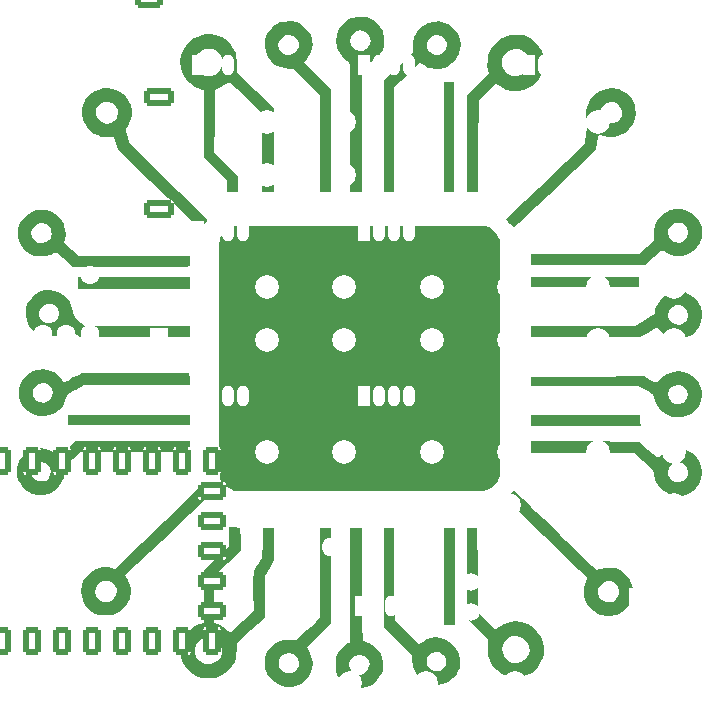
<source format=gbo>
G04 #@! TF.GenerationSoftware,KiCad,Pcbnew,9.0.1*
G04 #@! TF.CreationDate,2025-05-31T12:37:46+02:00*
G04 #@! TF.ProjectId,piskvorky,7069736b-766f-4726-9b79-2e6b69636164,rev?*
G04 #@! TF.SameCoordinates,Original*
G04 #@! TF.FileFunction,Legend,Bot*
G04 #@! TF.FilePolarity,Positive*
%FSLAX46Y46*%
G04 Gerber Fmt 4.6, Leading zero omitted, Abs format (unit mm)*
G04 Created by KiCad (PCBNEW 9.0.1) date 2025-05-31 12:37:46*
%MOMM*%
%LPD*%
G01*
G04 APERTURE LIST*
G04 Aperture macros list*
%AMRoundRect*
0 Rectangle with rounded corners*
0 $1 Rounding radius*
0 $2 $3 $4 $5 $6 $7 $8 $9 X,Y pos of 4 corners*
0 Add a 4 corners polygon primitive as box body*
4,1,4,$2,$3,$4,$5,$6,$7,$8,$9,$2,$3,0*
0 Add four circle primitives for the rounded corners*
1,1,$1+$1,$2,$3*
1,1,$1+$1,$4,$5*
1,1,$1+$1,$6,$7*
1,1,$1+$1,$8,$9*
0 Add four rect primitives between the rounded corners*
20,1,$1+$1,$2,$3,$4,$5,0*
20,1,$1+$1,$4,$5,$6,$7,0*
20,1,$1+$1,$6,$7,$8,$9,0*
20,1,$1+$1,$8,$9,$2,$3,0*%
%AMOutline4P*
0 Free polygon, 4 corners , with rotation*
0 The origin of the aperture is its center*
0 number of corners: always 4*
0 $1 to $8 corner X, Y*
0 $9 Rotation angle, in degrees counterclockwise*
0 create outline with 4 corners*
4,1,4,$1,$2,$3,$4,$5,$6,$7,$8,$1,$2,$9*%
G04 Aperture macros list end*
%ADD10C,0.000000*%
%ADD11C,3.250000*%
%ADD12R,1.000000X1.800000*%
%ADD13O,1.000000X1.800000*%
%ADD14C,2.000000*%
%ADD15R,2.000000X2.000000*%
%ADD16C,1.600000*%
%ADD17O,1.600000X1.600000*%
%ADD18R,1.524000X2.400000*%
%ADD19RoundRect,0.250000X0.512000X-0.950000X0.512000X0.950000X-0.512000X0.950000X-0.512000X-0.950000X0*%
%ADD20RoundRect,0.250000X0.950000X0.512000X-0.950000X0.512000X-0.950000X-0.512000X0.950000X-0.512000X0*%
%ADD21RoundRect,0.250000X-0.512000X0.950000X-0.512000X-0.950000X0.512000X-0.950000X0.512000X0.950000X0*%
%ADD22R,1.500000X1.500000*%
%ADD23C,1.500000*%
%ADD24Outline4P,-1.250000X0.762000X1.250000X0.762000X1.250000X-0.762000X-1.250000X-0.762000X0.000000*%
%ADD25RoundRect,0.250000X-1.000000X-0.512000X1.000000X-0.512000X1.000000X0.512000X-1.000000X0.512000X0*%
%ADD26R,1.600000X1.600000*%
%ADD27RoundRect,0.250001X0.949999X0.949999X-0.949999X0.949999X-0.949999X-0.949999X0.949999X-0.949999X0*%
%ADD28C,2.400000*%
G04 APERTURE END LIST*
D10*
G36*
X177295000Y-46368250D02*
G01*
X177295000Y-46781000D01*
X172723000Y-46781000D01*
X168151000Y-46781000D01*
X168151000Y-46368250D01*
X168151000Y-45955500D01*
X172723000Y-45955500D01*
X177295000Y-45955500D01*
X177295000Y-46368250D01*
G37*
G36*
X172770625Y-57591460D02*
G01*
X177390250Y-57607750D01*
X177408907Y-58068125D01*
X177427564Y-58528500D01*
X172789282Y-58528500D01*
X168151000Y-58528500D01*
X168151000Y-58051835D01*
X168151000Y-57575170D01*
X172770625Y-57591460D01*
G37*
G36*
X161610500Y-34081000D02*
G01*
X161610500Y-38716500D01*
X161197750Y-38716500D01*
X160785000Y-38716500D01*
X160785000Y-34081000D01*
X160785000Y-29445500D01*
X161197750Y-29445500D01*
X161610500Y-29445500D01*
X161610500Y-34081000D01*
G37*
G36*
X161737500Y-71260250D02*
G01*
X161737500Y-75356000D01*
X161261250Y-75356000D01*
X160785000Y-75356000D01*
X160785000Y-71260250D01*
X160785000Y-67164500D01*
X161261250Y-67164500D01*
X161737500Y-67164500D01*
X161737500Y-71260250D01*
G37*
G36*
X139258500Y-58052250D02*
G01*
X139258500Y-58465000D01*
X134115000Y-58465000D01*
X128971500Y-58465000D01*
X128971500Y-58052250D01*
X128971500Y-57639500D01*
X134115000Y-57639500D01*
X139258500Y-57639500D01*
X139258500Y-58052250D01*
G37*
G36*
X130043867Y-45916161D02*
G01*
X130108215Y-45920921D01*
X130297159Y-45926993D01*
X130594243Y-45932692D01*
X130988704Y-45937932D01*
X131469779Y-45942623D01*
X132026703Y-45946679D01*
X132648714Y-45950012D01*
X133325047Y-45952535D01*
X134044939Y-45954161D01*
X134797625Y-45954801D01*
X139322000Y-45955500D01*
X139322000Y-46431750D01*
X139322000Y-46908000D01*
X134566708Y-46908000D01*
X129811415Y-46908000D01*
X129782442Y-46710597D01*
X129775616Y-46643467D01*
X129771460Y-46428428D01*
X129783976Y-46195707D01*
X129814483Y-45878219D01*
X130043867Y-45916161D01*
G37*
G36*
X182609388Y-56020277D02*
G01*
X182522569Y-56446801D01*
X182342048Y-56847143D01*
X182071437Y-57203860D01*
X181714347Y-57499506D01*
X181274390Y-57716638D01*
X180967658Y-57790021D01*
X180547157Y-57810712D01*
X180123812Y-57759206D01*
X179751307Y-57638264D01*
X179722994Y-57624628D01*
X179338883Y-57366218D01*
X179017354Y-57006890D01*
X178768550Y-56560739D01*
X178602616Y-56041862D01*
X178585243Y-55990491D01*
X178521562Y-55903744D01*
X178461869Y-55855951D01*
X179778080Y-55855951D01*
X179831216Y-56147431D01*
X179978730Y-56402976D01*
X180210039Y-56588667D01*
X180399565Y-56661498D01*
X180705878Y-56684409D01*
X180991337Y-56599991D01*
X181229421Y-56418105D01*
X181393605Y-56148611D01*
X181453415Y-55846410D01*
X181395323Y-55560161D01*
X181220728Y-55310116D01*
X180934550Y-55107435D01*
X180830133Y-55066309D01*
X180560072Y-55044312D01*
X180284059Y-55115359D01*
X180039853Y-55266173D01*
X179865211Y-55483477D01*
X179829905Y-55562452D01*
X179778080Y-55855951D01*
X178461869Y-55855951D01*
X178398694Y-55805370D01*
X178197966Y-55681430D01*
X177900703Y-55517987D01*
X177235944Y-55163000D01*
X172690442Y-55163000D01*
X168144940Y-55163000D01*
X168163845Y-54766125D01*
X168182750Y-54369250D01*
X172936927Y-54352968D01*
X177691104Y-54336687D01*
X178240883Y-54616460D01*
X178790662Y-54896233D01*
X179079897Y-54591600D01*
X179286303Y-54398064D01*
X179707744Y-54120315D01*
X180161188Y-53953133D01*
X180629822Y-53897573D01*
X181096831Y-53954688D01*
X181545402Y-54125532D01*
X181958722Y-54411159D01*
X182271518Y-54758073D01*
X182487474Y-55158469D01*
X182598894Y-55585018D01*
X182605196Y-55846410D01*
X182609388Y-56020277D01*
G37*
G36*
X149661303Y-26145607D02*
G01*
X149628860Y-26603127D01*
X149484583Y-27051423D01*
X149224591Y-27473742D01*
X148967550Y-27798924D01*
X150113775Y-28914793D01*
X151260000Y-30030663D01*
X151260000Y-34373581D01*
X151260000Y-38716500D01*
X150783750Y-38716500D01*
X150307500Y-38716500D01*
X150307500Y-34604338D01*
X150307500Y-30492176D01*
X149161390Y-29389536D01*
X148015280Y-28286895D01*
X147586995Y-28273602D01*
X147396362Y-28259259D01*
X146919687Y-28144356D01*
X146497488Y-27929544D01*
X146141760Y-27629503D01*
X145864500Y-27258912D01*
X145677702Y-26832451D01*
X145593362Y-26364800D01*
X145596649Y-26310848D01*
X146757064Y-26310848D01*
X146847974Y-26590522D01*
X147060264Y-26855509D01*
X147097706Y-26889984D01*
X147262112Y-27019981D01*
X147408810Y-27079488D01*
X147590417Y-27091974D01*
X147656637Y-27090199D01*
X147916704Y-27055102D01*
X148112247Y-26960682D01*
X148291175Y-26786024D01*
X148361624Y-26691982D01*
X148487490Y-26402747D01*
X148497275Y-26108444D01*
X148393197Y-25832245D01*
X148177472Y-25597325D01*
X148012820Y-25494731D01*
X147707738Y-25406897D01*
X147404118Y-25435459D01*
X147124152Y-25576473D01*
X146890034Y-25826000D01*
X146789299Y-26027162D01*
X146757064Y-26310848D01*
X145596649Y-26310848D01*
X145623473Y-25870638D01*
X145720704Y-25508353D01*
X145904901Y-25158999D01*
X146190635Y-24832515D01*
X146343019Y-24693175D01*
X146623016Y-24485059D01*
X146905945Y-24355586D01*
X147231781Y-24289265D01*
X147640500Y-24270600D01*
X147700725Y-24270721D01*
X147990636Y-24277755D01*
X148198032Y-24300136D01*
X148360714Y-24344142D01*
X148516487Y-24416050D01*
X148750338Y-24558416D01*
X149126429Y-24885270D01*
X149406207Y-25269924D01*
X149585792Y-25695621D01*
X149655067Y-26108444D01*
X149661303Y-26145607D01*
G37*
G36*
X149674110Y-78696232D02*
G01*
X149614485Y-79145632D01*
X149556202Y-79319539D01*
X149339011Y-79710953D01*
X149028457Y-80058046D01*
X148647786Y-80337783D01*
X148220245Y-80527130D01*
X147821388Y-80607320D01*
X147339991Y-80596307D01*
X146881156Y-80473596D01*
X146463972Y-80247264D01*
X146107530Y-79925391D01*
X145830920Y-79516053D01*
X145808910Y-79472584D01*
X145720095Y-79275693D01*
X145669058Y-79096585D01*
X145645783Y-78887078D01*
X145641605Y-78669534D01*
X146797813Y-78669534D01*
X146856476Y-78933033D01*
X147007816Y-79172476D01*
X147258510Y-79365193D01*
X147487430Y-79450225D01*
X147795585Y-79458541D01*
X148083824Y-79351746D01*
X148326842Y-79135283D01*
X148348520Y-79106601D01*
X148482436Y-78828809D01*
X148506590Y-78541937D01*
X148431846Y-78270211D01*
X148269065Y-78037858D01*
X148029111Y-77869105D01*
X147722844Y-77788179D01*
X147661027Y-77784709D01*
X147356431Y-77828414D01*
X147111137Y-77961421D01*
X146931819Y-78161057D01*
X146825152Y-78404652D01*
X146797813Y-78669534D01*
X145641605Y-78669534D01*
X145640250Y-78598989D01*
X145663962Y-78196940D01*
X145753440Y-77832472D01*
X145923182Y-77513943D01*
X146187471Y-77204970D01*
X146301977Y-77095824D01*
X146578813Y-76885483D01*
X146873747Y-76750151D01*
X147221341Y-76676826D01*
X147656161Y-76652506D01*
X148275072Y-76647262D01*
X149053161Y-75923709D01*
X149217562Y-75770604D01*
X149492735Y-75513378D01*
X149741192Y-75279992D01*
X149940788Y-75091273D01*
X150069375Y-74968048D01*
X150307500Y-74735941D01*
X150307500Y-70950220D01*
X150307500Y-67164500D01*
X150783750Y-67164500D01*
X151260000Y-67164500D01*
X151260000Y-71223408D01*
X151260000Y-75282316D01*
X150214933Y-76253993D01*
X149169866Y-77225671D01*
X149298382Y-77417960D01*
X149483343Y-77759602D01*
X149628233Y-78222401D01*
X149659171Y-78541937D01*
X149674110Y-78696232D01*
G37*
G36*
X128674469Y-62455583D02*
G01*
X128583251Y-62946493D01*
X128388559Y-63391761D01*
X128102670Y-63774103D01*
X127737863Y-64076236D01*
X127306417Y-64280875D01*
X127186821Y-64311033D01*
X126885230Y-64346879D01*
X126525964Y-64350380D01*
X126340764Y-64340700D01*
X126093635Y-64309484D01*
X125889998Y-64248920D01*
X125677336Y-64146385D01*
X125618178Y-64112945D01*
X125235146Y-63822410D01*
X124946200Y-63467492D01*
X124751778Y-63066396D01*
X124652318Y-62637331D01*
X124649936Y-62379911D01*
X125796500Y-62379911D01*
X125836645Y-62560694D01*
X125943062Y-62780590D01*
X126085480Y-62983343D01*
X126233574Y-63117762D01*
X126264860Y-63134859D01*
X126523328Y-63211593D01*
X126811776Y-63216145D01*
X127064595Y-63146263D01*
X127138504Y-63100562D01*
X127324507Y-62908390D01*
X127459079Y-62660358D01*
X127510763Y-62408484D01*
X127509971Y-62372784D01*
X127441530Y-62080681D01*
X127279889Y-61843581D01*
X127049461Y-61674481D01*
X126774655Y-61586375D01*
X126479883Y-61592259D01*
X126189554Y-61705127D01*
X126153511Y-61729292D01*
X125976981Y-61912347D01*
X125847073Y-62147940D01*
X125796500Y-62379911D01*
X124649936Y-62379911D01*
X124648257Y-62198504D01*
X124740032Y-61768123D01*
X124928082Y-61364396D01*
X125212843Y-61005530D01*
X125594754Y-60709732D01*
X125623416Y-60692837D01*
X126088906Y-60492510D01*
X126574922Y-60413434D01*
X127068547Y-60454630D01*
X127556865Y-60615119D01*
X128026960Y-60893925D01*
X128197566Y-61020060D01*
X128663908Y-60615604D01*
X128756570Y-60535632D01*
X128999143Y-60329326D01*
X129224432Y-60141492D01*
X129393388Y-60004824D01*
X129656526Y-59798500D01*
X134457513Y-59798500D01*
X139258500Y-59798500D01*
X139258500Y-60274750D01*
X139258500Y-60751000D01*
X134662302Y-60751000D01*
X130066103Y-60751000D01*
X129377620Y-61316380D01*
X128689138Y-61881760D01*
X128679330Y-62348255D01*
X128676602Y-62408484D01*
X128674469Y-62455583D01*
G37*
G36*
X129113939Y-55742216D02*
G01*
X128969501Y-55843275D01*
X128883563Y-55927323D01*
X128837540Y-56009658D01*
X128812845Y-56105579D01*
X128723023Y-56414134D01*
X128503761Y-56817022D01*
X128194154Y-57166417D01*
X127815010Y-57440265D01*
X127387140Y-57616514D01*
X126908737Y-57689208D01*
X126435385Y-57652737D01*
X125993116Y-57515310D01*
X125597144Y-57288089D01*
X125262683Y-56982233D01*
X125004946Y-56608901D01*
X124839148Y-56179254D01*
X124782789Y-55722982D01*
X125964738Y-55722982D01*
X126023687Y-56012269D01*
X126197314Y-56283356D01*
X126347943Y-56426662D01*
X126504075Y-56503916D01*
X126721189Y-56535851D01*
X126850467Y-56542033D01*
X127094903Y-56518221D01*
X127284857Y-56425670D01*
X127466028Y-56246633D01*
X127485097Y-56223288D01*
X127634122Y-55952178D01*
X127674578Y-55676677D01*
X127621166Y-55415397D01*
X127488588Y-55186952D01*
X127291545Y-55009954D01*
X127044738Y-54903015D01*
X126762869Y-54884747D01*
X126460638Y-54973764D01*
X126426687Y-54990969D01*
X126171165Y-55187828D01*
X126015540Y-55440000D01*
X125964738Y-55722982D01*
X124782789Y-55722982D01*
X124780500Y-55704450D01*
X124813056Y-55361065D01*
X124958201Y-54911950D01*
X125208230Y-54507313D01*
X125550660Y-54165973D01*
X125973009Y-53906745D01*
X126031180Y-53880481D01*
X126268857Y-53793607D01*
X126508750Y-53750746D01*
X126812500Y-53739629D01*
X127287575Y-53788163D01*
X127730827Y-53945656D01*
X128120819Y-54216283D01*
X128465340Y-54604117D01*
X128638776Y-54843537D01*
X128923675Y-54692055D01*
X128949123Y-54678496D01*
X129158230Y-54565999D01*
X129419890Y-54423991D01*
X129683605Y-54279860D01*
X130158637Y-54019148D01*
X134692694Y-54035449D01*
X139226750Y-54051750D01*
X139245297Y-54543875D01*
X139263843Y-55036000D01*
X134804288Y-55036000D01*
X130344733Y-55036000D01*
X129600012Y-55457657D01*
X129335463Y-55608848D01*
X129222799Y-55676677D01*
X129113939Y-55742216D01*
G37*
G36*
X162155407Y-78611804D02*
G01*
X162105288Y-78985671D01*
X161999250Y-79293000D01*
X161885288Y-79486918D01*
X161562521Y-79873475D01*
X161166416Y-80176975D01*
X160721500Y-80376619D01*
X160603064Y-80402866D01*
X160320530Y-80427274D01*
X159996137Y-80422953D01*
X159682298Y-80391599D01*
X159431430Y-80334906D01*
X159122215Y-80181528D01*
X158798470Y-79927401D01*
X158512921Y-79610557D01*
X158299018Y-79262669D01*
X158235735Y-79121608D01*
X158162395Y-78904896D01*
X158127158Y-78678308D01*
X158119238Y-78422084D01*
X159324738Y-78422084D01*
X159324906Y-78438633D01*
X159384452Y-78746806D01*
X159537227Y-79010682D01*
X159763039Y-79194667D01*
X159790828Y-79207811D01*
X159995529Y-79268378D01*
X160217818Y-79293000D01*
X160249667Y-79292701D01*
X160418593Y-79270953D01*
X160561273Y-79197118D01*
X160728971Y-79046470D01*
X160810043Y-78962943D01*
X160918280Y-78822166D01*
X160965275Y-78679084D01*
X160975500Y-78477180D01*
X160962320Y-78263926D01*
X160904898Y-78098699D01*
X160779777Y-77931501D01*
X160729151Y-77878834D01*
X160545619Y-77735166D01*
X160367027Y-77648660D01*
X160333157Y-77640147D01*
X160040199Y-77631138D01*
X159766521Y-77724385D01*
X159538481Y-77900330D01*
X159382434Y-78139416D01*
X159324738Y-78422084D01*
X158119238Y-78422084D01*
X158118051Y-78383677D01*
X158118000Y-77887104D01*
X156911500Y-76709693D01*
X155705000Y-75532283D01*
X155705000Y-71348391D01*
X155705000Y-67164500D01*
X156149500Y-67164500D01*
X156594000Y-67164500D01*
X156597103Y-71085625D01*
X156600206Y-75006750D01*
X157651746Y-76003186D01*
X158703285Y-76999623D01*
X159010696Y-76788162D01*
X159179157Y-76683490D01*
X159626596Y-76499856D01*
X160087849Y-76430866D01*
X160545937Y-76471710D01*
X160983882Y-76617577D01*
X161384705Y-76863654D01*
X161731428Y-77205133D01*
X162007073Y-77637201D01*
X162086992Y-77854852D01*
X162149383Y-78218998D01*
X162153342Y-78477180D01*
X162155407Y-78611804D01*
G37*
G36*
X162174307Y-26643731D02*
G01*
X162040396Y-27071191D01*
X161811159Y-27467978D01*
X161487608Y-27816965D01*
X161070750Y-28101026D01*
X161022995Y-28125920D01*
X160854540Y-28200777D01*
X160686431Y-28244191D01*
X160476293Y-28264150D01*
X160181750Y-28268645D01*
X160055007Y-28267415D01*
X159733458Y-28247152D01*
X159475507Y-28191674D01*
X159234283Y-28087639D01*
X158962915Y-27921704D01*
X158760080Y-27786510D01*
X158264415Y-28250721D01*
X158075390Y-28428665D01*
X157778913Y-28709938D01*
X157466674Y-29008081D01*
X157181375Y-29282414D01*
X156594000Y-29849895D01*
X156594000Y-34283197D01*
X156594000Y-38716500D01*
X156149500Y-38716500D01*
X155705000Y-38716500D01*
X155710168Y-33969875D01*
X155715336Y-29223250D01*
X156945205Y-28080250D01*
X158175073Y-26937250D01*
X158178287Y-26360017D01*
X158179531Y-26236302D01*
X158183151Y-26152252D01*
X159349857Y-26152252D01*
X159350483Y-26419392D01*
X159435804Y-26677104D01*
X159610208Y-26902436D01*
X159878086Y-27072433D01*
X160068118Y-27137788D01*
X160271278Y-27145217D01*
X160499250Y-27069860D01*
X160558483Y-27041266D01*
X160804712Y-26855072D01*
X160958637Y-26619135D01*
X161024640Y-26356425D01*
X161007106Y-26089912D01*
X160910416Y-25842567D01*
X160738954Y-25637359D01*
X160497103Y-25497259D01*
X160189246Y-25445237D01*
X160106507Y-25448502D01*
X159812250Y-25523811D01*
X159585129Y-25681508D01*
X159429535Y-25898640D01*
X159349857Y-26152252D01*
X158183151Y-26152252D01*
X158190723Y-25976474D01*
X158220788Y-25780343D01*
X158279085Y-25602018D01*
X158374974Y-25395609D01*
X158404606Y-25338534D01*
X158686740Y-24938514D01*
X159043579Y-24626667D01*
X159455982Y-24408381D01*
X159904810Y-24289040D01*
X160370921Y-24274030D01*
X160835175Y-24368740D01*
X161278433Y-24578553D01*
X161378647Y-24645761D01*
X161736507Y-24969689D01*
X161993993Y-25348577D01*
X162152116Y-25765298D01*
X162211884Y-26202725D01*
X162198788Y-26356425D01*
X162174307Y-26643731D01*
G37*
G36*
X169235417Y-77803226D02*
G01*
X169152794Y-78135832D01*
X168935163Y-78636721D01*
X168626587Y-79063084D01*
X168237747Y-79404180D01*
X167779324Y-79649268D01*
X167262000Y-79787606D01*
X167205785Y-79795532D01*
X166662716Y-79814119D01*
X166166069Y-79716972D01*
X165704536Y-79500542D01*
X165266809Y-79161277D01*
X165179796Y-79077452D01*
X164888715Y-78741049D01*
X164683690Y-78389557D01*
X164670943Y-78361824D01*
X164593095Y-78178837D01*
X164543134Y-78015781D01*
X164514978Y-77835936D01*
X164502544Y-77602580D01*
X164500580Y-77375162D01*
X165742536Y-77375162D01*
X165766639Y-77703384D01*
X165885108Y-78010967D01*
X166097188Y-78275642D01*
X166402123Y-78475141D01*
X166639723Y-78556002D01*
X166983622Y-78582006D01*
X167302756Y-78509062D01*
X167582586Y-78352886D01*
X167808579Y-78129195D01*
X167966198Y-77853702D01*
X168040907Y-77542125D01*
X168018170Y-77210179D01*
X167883451Y-76873579D01*
X167836519Y-76799152D01*
X167581647Y-76528264D01*
X167258685Y-76363913D01*
X166872355Y-76308737D01*
X166601846Y-76332656D01*
X166332731Y-76430331D01*
X166243983Y-76489354D01*
X165980452Y-76745878D01*
X165813555Y-77048571D01*
X165742536Y-77375162D01*
X164500580Y-77375162D01*
X164499750Y-77278995D01*
X164499750Y-76566740D01*
X163626625Y-75733840D01*
X162753500Y-74900941D01*
X162753500Y-71029819D01*
X162753500Y-67158697D01*
X163182125Y-67177473D01*
X163610750Y-67196250D01*
X163627145Y-70789931D01*
X163643540Y-74383613D01*
X164389145Y-75081788D01*
X165134750Y-75779963D01*
X165420500Y-75568856D01*
X165460733Y-75539613D01*
X165908628Y-75280314D01*
X166384923Y-75130526D01*
X166920535Y-75080175D01*
X166943647Y-75080036D01*
X167219121Y-75085504D01*
X167426030Y-75113000D01*
X167618677Y-75174236D01*
X167851361Y-75280924D01*
X167865887Y-75288132D01*
X168317102Y-75575756D01*
X168692572Y-75940496D01*
X168982219Y-76363982D01*
X169175961Y-76827845D01*
X169263721Y-77313716D01*
X169250514Y-77542125D01*
X169235417Y-77803226D01*
G37*
G36*
X155634928Y-78909235D02*
G01*
X155586635Y-79262226D01*
X155535596Y-79417671D01*
X155323590Y-79815595D01*
X155020423Y-80172886D01*
X154652069Y-80462541D01*
X154244500Y-80657555D01*
X154206681Y-80669229D01*
X153888318Y-80724189D01*
X153503281Y-80730977D01*
X153342669Y-80718070D01*
X152851433Y-80601813D01*
X152420311Y-80374467D01*
X152053533Y-80038777D01*
X151755331Y-79597486D01*
X151748600Y-79584527D01*
X151651785Y-79295016D01*
X151604306Y-78935710D01*
X151605345Y-78714188D01*
X152784238Y-78714188D01*
X152784360Y-78729645D01*
X152841403Y-79055180D01*
X152992378Y-79324969D01*
X153222539Y-79512167D01*
X153346072Y-79564333D01*
X153645109Y-79605349D01*
X153931710Y-79539731D01*
X154181822Y-79380500D01*
X154371392Y-79140680D01*
X154476366Y-78833295D01*
X154482856Y-78682073D01*
X154408948Y-78411617D01*
X154242305Y-78175436D01*
X154005031Y-78000386D01*
X153719227Y-77913323D01*
X153532115Y-77909543D01*
X153232733Y-77986284D01*
X152995841Y-78156637D01*
X152840116Y-78404605D01*
X152784238Y-78714188D01*
X151605345Y-78714188D01*
X151606109Y-78551363D01*
X151657143Y-78186729D01*
X151757353Y-77886564D01*
X151813551Y-77784058D01*
X151996058Y-77524762D01*
X152218912Y-77275490D01*
X152449390Y-77070593D01*
X152654775Y-76944422D01*
X152847500Y-76864592D01*
X152847500Y-72014546D01*
X152847500Y-67164500D01*
X153355500Y-67164500D01*
X153863500Y-67164500D01*
X153863500Y-71958750D01*
X153863515Y-72089063D01*
X153864525Y-73025831D01*
X153867098Y-73867167D01*
X153871182Y-74609124D01*
X153876728Y-75247759D01*
X153883685Y-75779125D01*
X153892003Y-76199277D01*
X153901631Y-76504270D01*
X153912520Y-76690160D01*
X153924618Y-76753000D01*
X153990152Y-76767320D01*
X154146011Y-76816490D01*
X154348088Y-76888573D01*
X154428721Y-76921170D01*
X154828717Y-77156285D01*
X155175643Y-77480299D01*
X155434326Y-77861700D01*
X155535228Y-78120538D01*
X155615729Y-78509705D01*
X155624012Y-78682073D01*
X155634928Y-78909235D01*
G37*
G36*
X182633255Y-49290195D02*
G01*
X182542653Y-49720550D01*
X182362818Y-50125277D01*
X182097683Y-50486015D01*
X181751183Y-50784401D01*
X181327250Y-51002074D01*
X181259670Y-51023848D01*
X180952496Y-51072471D01*
X180533500Y-51077289D01*
X180476595Y-51074954D01*
X180082293Y-51031839D01*
X179756383Y-50932076D01*
X179455623Y-50757477D01*
X179136771Y-50489858D01*
X178987858Y-50354934D01*
X178862299Y-50250130D01*
X178800137Y-50210000D01*
X178797576Y-50210465D01*
X178720356Y-50248249D01*
X178558948Y-50337824D01*
X178335249Y-50466791D01*
X178071158Y-50622750D01*
X177379622Y-51035500D01*
X172765311Y-51035500D01*
X168151000Y-51035500D01*
X168151000Y-50559250D01*
X168151000Y-50083000D01*
X172558570Y-50083000D01*
X176966140Y-50083000D01*
X177797320Y-49568952D01*
X178076204Y-49394833D01*
X178316767Y-49238092D01*
X178464576Y-49130500D01*
X179771500Y-49130500D01*
X179776381Y-49196891D01*
X179853105Y-49438317D01*
X179998117Y-49670050D01*
X180179168Y-49836259D01*
X180360559Y-49916668D01*
X180656836Y-49951495D01*
X180949814Y-49890494D01*
X181204941Y-49742777D01*
X181387668Y-49517461D01*
X181463893Y-49311047D01*
X181476014Y-49027672D01*
X181392494Y-48769417D01*
X181231687Y-48552797D01*
X181011944Y-48394329D01*
X180751619Y-48310529D01*
X180469063Y-48317914D01*
X180182631Y-48433000D01*
X180145738Y-48457786D01*
X179958741Y-48648197D01*
X179823539Y-48890175D01*
X179771500Y-49130500D01*
X178464576Y-49130500D01*
X178476632Y-49121724D01*
X178571450Y-49032876D01*
X178616873Y-48958695D01*
X178628551Y-48886327D01*
X178661314Y-48705592D01*
X178759017Y-48452374D01*
X178901605Y-48178103D01*
X179068742Y-47921519D01*
X179240093Y-47721361D01*
X179366822Y-47609845D01*
X179782444Y-47348557D01*
X180236263Y-47196870D01*
X180708438Y-47155003D01*
X181179130Y-47223176D01*
X181628498Y-47401606D01*
X182036702Y-47690514D01*
X182330324Y-48028976D01*
X182531024Y-48426046D01*
X182630689Y-48852573D01*
X182631716Y-49027672D01*
X182633255Y-49290195D01*
G37*
G36*
X182624595Y-42353388D02*
G01*
X182600709Y-42583451D01*
X182542026Y-42786148D01*
X182435527Y-43020390D01*
X182207841Y-43386959D01*
X181872809Y-43722407D01*
X181458399Y-43960754D01*
X180958743Y-44106316D01*
X180844128Y-44124021D01*
X180348162Y-44122907D01*
X179854668Y-43998736D01*
X179375775Y-43754204D01*
X179339955Y-43729345D01*
X179290403Y-43694650D01*
X179244658Y-43678729D01*
X179188781Y-43691135D01*
X179108832Y-43741425D01*
X178990873Y-43839152D01*
X178820966Y-43993871D01*
X178585171Y-44215138D01*
X178269550Y-44512506D01*
X177815349Y-44939500D01*
X172983175Y-44939500D01*
X168151000Y-44939500D01*
X168151000Y-44463250D01*
X168151000Y-43987000D01*
X172728553Y-43987000D01*
X177306105Y-43987000D01*
X177949215Y-43384192D01*
X178592326Y-42781384D01*
X178594510Y-42232330D01*
X179749116Y-42232330D01*
X179844800Y-42515177D01*
X180060346Y-42774699D01*
X180129977Y-42832829D01*
X180270365Y-42932183D01*
X180361085Y-42971867D01*
X180421766Y-42976477D01*
X180565250Y-42999601D01*
X180750182Y-42998007D01*
X180982599Y-42926164D01*
X181181825Y-42800191D01*
X181184560Y-42797707D01*
X181386175Y-42542298D01*
X181478411Y-42263703D01*
X181470099Y-41984697D01*
X181370067Y-41728051D01*
X181187145Y-41516537D01*
X180930161Y-41372929D01*
X180607945Y-41320000D01*
X180441119Y-41327714D01*
X180254727Y-41377470D01*
X180085238Y-41491660D01*
X179915960Y-41667311D01*
X179772950Y-41943820D01*
X179749116Y-42232330D01*
X178594510Y-42232330D01*
X178594538Y-42225317D01*
X178594644Y-42203258D01*
X178602707Y-41912319D01*
X178629178Y-41697628D01*
X178683365Y-41511721D01*
X178774574Y-41307134D01*
X178850452Y-41167288D01*
X179140741Y-40788198D01*
X179505652Y-40483239D01*
X179922429Y-40265364D01*
X180368316Y-40147522D01*
X180820559Y-40142666D01*
X181153739Y-40217879D01*
X181538753Y-40376442D01*
X181885613Y-40590285D01*
X182150059Y-40836318D01*
X182282635Y-41008889D01*
X182484384Y-41357767D01*
X182593868Y-41723386D01*
X182627606Y-42151232D01*
X182625931Y-42263703D01*
X182624595Y-42353388D01*
G37*
G36*
X155738431Y-26003646D02*
G01*
X155696922Y-26393206D01*
X155597916Y-26722772D01*
X155398623Y-27068422D01*
X155059388Y-27437497D01*
X154633114Y-27723926D01*
X154132312Y-27917511D01*
X153863500Y-27989895D01*
X153863500Y-33353197D01*
X153863500Y-38716500D01*
X153355500Y-38716500D01*
X152847500Y-38716500D01*
X152847500Y-33228029D01*
X152847486Y-32780650D01*
X152847294Y-31873794D01*
X152846742Y-31082454D01*
X152845665Y-30398710D01*
X152843894Y-29814638D01*
X152841263Y-29322316D01*
X152837603Y-28913823D01*
X152832749Y-28581236D01*
X152826532Y-28316634D01*
X152818785Y-28112094D01*
X152809341Y-27959694D01*
X152798033Y-27851512D01*
X152784693Y-27779625D01*
X152769154Y-27736113D01*
X152751249Y-27713052D01*
X152730810Y-27702521D01*
X152720922Y-27699145D01*
X152557073Y-27599721D01*
X152360111Y-27422438D01*
X152157598Y-27197679D01*
X151977096Y-26955830D01*
X151846166Y-26727274D01*
X151742762Y-26431986D01*
X151676631Y-25973858D01*
X151677227Y-25964014D01*
X152856821Y-25964014D01*
X152912028Y-26232704D01*
X153056425Y-26473527D01*
X153295916Y-26662468D01*
X153359629Y-26693808D01*
X153655199Y-26770330D01*
X153935277Y-26744395D01*
X154184166Y-26633519D01*
X154386164Y-26455219D01*
X154525571Y-26227010D01*
X154586689Y-25966409D01*
X154553816Y-25690932D01*
X154411253Y-25418097D01*
X154384925Y-25384234D01*
X154184333Y-25179821D01*
X153968166Y-25073393D01*
X153694156Y-25042833D01*
X153409809Y-25090835D01*
X153167299Y-25230866D01*
X152990361Y-25439081D01*
X152884901Y-25691468D01*
X152856821Y-25964014D01*
X151677227Y-25964014D01*
X151704784Y-25509074D01*
X151827726Y-25082936D01*
X151830249Y-25077182D01*
X152022523Y-24758205D01*
X152298053Y-24449317D01*
X152617853Y-24187971D01*
X152942935Y-24011619D01*
X153040554Y-23977744D01*
X153435245Y-23898045D01*
X153856388Y-23886082D01*
X154258550Y-23940525D01*
X154596300Y-24060043D01*
X154751259Y-24152456D01*
X155087660Y-24426607D01*
X155384080Y-24762482D01*
X155599003Y-25116344D01*
X155648820Y-25246281D01*
X155722408Y-25604526D01*
X155736936Y-25966409D01*
X155738431Y-26003646D01*
G37*
G36*
X129378138Y-49002060D02*
G01*
X129432369Y-49153197D01*
X129532605Y-49288674D01*
X129704488Y-49457135D01*
X129864878Y-49604331D01*
X130063761Y-49782372D01*
X130218917Y-49916468D01*
X130418584Y-50083000D01*
X134833124Y-50083000D01*
X139247664Y-50083000D01*
X139271737Y-50511625D01*
X139280743Y-50731979D01*
X139281412Y-50904469D01*
X139273408Y-50987875D01*
X139215790Y-50995104D01*
X139040549Y-51002411D01*
X138757660Y-51009182D01*
X138377124Y-51015320D01*
X137908942Y-51020727D01*
X137363115Y-51025305D01*
X136749644Y-51028958D01*
X136078530Y-51031588D01*
X135359774Y-51033097D01*
X134603378Y-51033387D01*
X129955750Y-51031275D01*
X129483555Y-50625646D01*
X129011359Y-50220016D01*
X128730895Y-50466890D01*
X128321552Y-50744777D01*
X127849954Y-50914640D01*
X127326650Y-50972000D01*
X127128249Y-50966923D01*
X126914647Y-50937365D01*
X126704834Y-50868753D01*
X126443108Y-50746896D01*
X126312770Y-50677530D01*
X125915939Y-50393507D01*
X125629395Y-50050297D01*
X125447767Y-49639962D01*
X125365686Y-49154568D01*
X125363903Y-49003990D01*
X126495000Y-49003990D01*
X126512627Y-49129944D01*
X126613050Y-49366252D01*
X126773768Y-49581585D01*
X126961805Y-49725011D01*
X127134068Y-49789360D01*
X127431400Y-49819869D01*
X127697819Y-49754755D01*
X127920228Y-49612425D01*
X128085533Y-49411286D01*
X128180640Y-49169744D01*
X128192454Y-48906207D01*
X128107880Y-48639082D01*
X127913824Y-48386775D01*
X127766412Y-48264115D01*
X127607153Y-48195048D01*
X127395354Y-48178237D01*
X127261772Y-48187120D01*
X126957489Y-48280586D01*
X126714409Y-48460596D01*
X126553317Y-48708085D01*
X126495000Y-49003990D01*
X125363903Y-49003990D01*
X125361947Y-48838827D01*
X125429221Y-48428823D01*
X125594329Y-48061898D01*
X125869147Y-47703830D01*
X126110304Y-47468079D01*
X126492471Y-47207282D01*
X126910096Y-47057691D01*
X127384000Y-47009768D01*
X127869651Y-47064671D01*
X128317219Y-47229278D01*
X128700238Y-47492880D01*
X129006733Y-47844712D01*
X129224730Y-48274010D01*
X129342254Y-48770011D01*
X129344268Y-48786619D01*
X129363069Y-48906207D01*
X129378138Y-49002060D01*
G37*
G36*
X182627606Y-62406563D02*
G01*
X182622862Y-62587554D01*
X182552028Y-63022123D01*
X182386149Y-63403055D01*
X182112121Y-63764876D01*
X181837191Y-64025505D01*
X181429753Y-64281369D01*
X180969635Y-64430422D01*
X180887868Y-64444976D01*
X180421046Y-64457471D01*
X179971949Y-64357970D01*
X179557470Y-64159239D01*
X179194501Y-63874045D01*
X178899937Y-63515153D01*
X178690672Y-63095330D01*
X178583598Y-62627342D01*
X178581573Y-62607446D01*
X178569387Y-62495539D01*
X178553874Y-62417915D01*
X179740084Y-62417915D01*
X179781698Y-62695712D01*
X179924947Y-62953618D01*
X180171826Y-63166794D01*
X180376649Y-63258144D01*
X180659506Y-63289408D01*
X180927562Y-63226926D01*
X181162137Y-63087231D01*
X181344551Y-62886855D01*
X181456123Y-62642328D01*
X181478172Y-62370184D01*
X181392019Y-62086953D01*
X181389220Y-62081576D01*
X181186588Y-61816192D01*
X180922425Y-61654726D01*
X180617250Y-61604873D01*
X180291581Y-61674325D01*
X180205123Y-61713595D01*
X179953790Y-61902016D01*
X179798112Y-62145070D01*
X179740084Y-62417915D01*
X178553874Y-62417915D01*
X178550509Y-62401077D01*
X178513803Y-62311457D01*
X178448130Y-62214075D01*
X178342354Y-62096327D01*
X178185338Y-61945608D01*
X177965942Y-61749316D01*
X177673032Y-61494846D01*
X177295468Y-61169594D01*
X176883185Y-60814500D01*
X172517093Y-60814500D01*
X168151000Y-60814500D01*
X168151076Y-60322375D01*
X168151151Y-59830250D01*
X171024451Y-59831549D01*
X171213222Y-59831663D01*
X171897228Y-59832499D01*
X172602851Y-59833950D01*
X173305323Y-59835931D01*
X173979873Y-59838355D01*
X174601733Y-59841136D01*
X175146131Y-59844187D01*
X175588300Y-59847424D01*
X177278849Y-59862000D01*
X178072475Y-60528750D01*
X178257405Y-60683083D01*
X178505687Y-60886735D01*
X178708898Y-61049146D01*
X178849822Y-61156630D01*
X178911238Y-61195500D01*
X178951723Y-61177070D01*
X179069231Y-61096801D01*
X179226122Y-60974464D01*
X179253523Y-60952302D01*
X179701273Y-60665536D01*
X180172257Y-60497147D01*
X180654937Y-60449839D01*
X181137779Y-60526317D01*
X181290386Y-60576087D01*
X181745132Y-60800601D01*
X182115717Y-61107884D01*
X182392652Y-61485957D01*
X182566445Y-61922842D01*
X182623006Y-62370184D01*
X182627606Y-62406563D01*
G37*
G36*
X169232589Y-28273101D02*
G01*
X169075087Y-28747835D01*
X168824134Y-29182940D01*
X168487542Y-29561389D01*
X168073122Y-29866154D01*
X167588687Y-30080207D01*
X167082190Y-30186486D01*
X166557782Y-30177702D01*
X166051196Y-30043251D01*
X165564376Y-29783417D01*
X165232002Y-29558413D01*
X164471948Y-30279831D01*
X163711893Y-31001250D01*
X163708947Y-34816541D01*
X163707703Y-35497501D01*
X163705118Y-36144444D01*
X163701333Y-36742369D01*
X163696486Y-37280136D01*
X163690715Y-37746604D01*
X163684158Y-38130633D01*
X163676953Y-38421082D01*
X163669237Y-38606813D01*
X163661150Y-38676684D01*
X163660085Y-38677642D01*
X163574191Y-38697146D01*
X163399541Y-38706305D01*
X163172663Y-38703142D01*
X162729027Y-38684750D01*
X162741453Y-34589000D01*
X162753879Y-30493250D01*
X163679707Y-29604250D01*
X164605534Y-28715250D01*
X164528725Y-28411621D01*
X164515280Y-28353710D01*
X164470600Y-27958759D01*
X164478353Y-27745076D01*
X165680500Y-27745076D01*
X165693341Y-27877297D01*
X165741819Y-28066110D01*
X165795280Y-28206548D01*
X165961584Y-28470601D01*
X166182047Y-28700797D01*
X166417594Y-28851708D01*
X166637265Y-28916262D01*
X166988084Y-28923436D01*
X167327967Y-28828800D01*
X167630834Y-28645192D01*
X167870606Y-28385448D01*
X168021206Y-28062403D01*
X168058814Y-27921323D01*
X168081501Y-27780423D01*
X168068660Y-27648202D01*
X168020182Y-27459389D01*
X167966721Y-27318951D01*
X167800417Y-27054898D01*
X167579954Y-26824702D01*
X167344407Y-26673791D01*
X167129218Y-26609457D01*
X166776424Y-26599190D01*
X166435627Y-26692000D01*
X166132384Y-26875308D01*
X165892254Y-27136533D01*
X165740795Y-27463096D01*
X165703187Y-27604176D01*
X165680500Y-27745076D01*
X164478353Y-27745076D01*
X164486244Y-27527614D01*
X164557497Y-27111775D01*
X164679645Y-26762742D01*
X164895129Y-26426105D01*
X165197104Y-26093851D01*
X165548521Y-25801533D01*
X165912458Y-25584438D01*
X166017995Y-25536789D01*
X166193975Y-25472284D01*
X166374605Y-25434840D01*
X166600619Y-25417485D01*
X166912750Y-25413250D01*
X167120912Y-25414644D01*
X167369519Y-25425625D01*
X167556350Y-25453524D01*
X167721222Y-25505366D01*
X167903953Y-25588179D01*
X168230855Y-25794820D01*
X168570941Y-26099241D01*
X168867624Y-26453668D01*
X169084373Y-26819980D01*
X169235993Y-27272857D01*
X169288828Y-27775766D01*
X169288301Y-27780423D01*
X169232589Y-28273101D01*
G37*
G36*
X128745405Y-42336600D02*
G01*
X128700421Y-42748750D01*
X128651591Y-43002750D01*
X129288621Y-43590125D01*
X129925651Y-44177500D01*
X134592076Y-44177500D01*
X139258500Y-44177500D01*
X139258500Y-44521556D01*
X139261208Y-44654967D01*
X139275175Y-44847913D01*
X139297044Y-44966056D01*
X139297263Y-44981480D01*
X139276859Y-44997998D01*
X139226197Y-45012251D01*
X139137217Y-45024403D01*
X139001856Y-45034619D01*
X138812053Y-45043062D01*
X138559746Y-45049896D01*
X138236872Y-45055286D01*
X137835370Y-45059397D01*
X137347178Y-45062392D01*
X136764234Y-45064435D01*
X136078476Y-45065692D01*
X135281842Y-45066325D01*
X134366271Y-45066500D01*
X129396954Y-45066500D01*
X128787352Y-44510245D01*
X128541786Y-44285304D01*
X128318212Y-44082552D01*
X128156831Y-43946856D01*
X128039062Y-43869525D01*
X127946321Y-43841867D01*
X127860028Y-43855189D01*
X127761600Y-43900799D01*
X127632455Y-43970004D01*
X127535821Y-44018392D01*
X127371412Y-44085489D01*
X127202457Y-44124024D01*
X126988181Y-44141582D01*
X126687811Y-44145750D01*
X126469725Y-44144180D01*
X126239816Y-44132699D01*
X126068912Y-44103228D01*
X125917109Y-44047851D01*
X125744503Y-43958653D01*
X125445142Y-43759493D01*
X125112123Y-43425556D01*
X124877256Y-43041758D01*
X124739738Y-42625010D01*
X124698769Y-42192225D01*
X124700272Y-42180374D01*
X125860000Y-42180374D01*
X125861663Y-42223201D01*
X125929851Y-42486852D01*
X126075501Y-42735953D01*
X126267668Y-42914759D01*
X126474740Y-43001087D01*
X126770546Y-43025374D01*
X127062576Y-42958328D01*
X127315318Y-42809412D01*
X127493264Y-42588094D01*
X127505178Y-42562845D01*
X127565841Y-42305206D01*
X127555222Y-42014908D01*
X127474742Y-41755781D01*
X127327326Y-41582026D01*
X127097555Y-41438745D01*
X126835904Y-41353237D01*
X126590191Y-41347571D01*
X126584875Y-41348589D01*
X126308470Y-41458523D01*
X126077421Y-41654444D01*
X125918881Y-41905384D01*
X125860000Y-42180374D01*
X124700272Y-42180374D01*
X124753548Y-41760314D01*
X124903272Y-41346189D01*
X125147140Y-40966762D01*
X125484352Y-40638945D01*
X125914105Y-40379649D01*
X126274189Y-40257048D01*
X126735433Y-40209450D01*
X127194526Y-40269968D01*
X127631400Y-40430735D01*
X128025989Y-40683882D01*
X128358223Y-41021541D01*
X128608036Y-41435844D01*
X128656517Y-41565062D01*
X128729675Y-41926476D01*
X128744201Y-42305206D01*
X128745405Y-42336600D01*
G37*
G36*
X134256722Y-72735296D02*
G01*
X134232185Y-72960905D01*
X134171573Y-73165246D01*
X134061465Y-73408634D01*
X133958430Y-73595588D01*
X133647103Y-73986033D01*
X133245668Y-74289410D01*
X132749750Y-74509390D01*
X132685248Y-74528047D01*
X132358305Y-74572697D01*
X131980560Y-74564927D01*
X131602766Y-74508287D01*
X131275676Y-74406326D01*
X131015690Y-74258201D01*
X130701818Y-73995163D01*
X130424974Y-73676024D01*
X130221665Y-73337793D01*
X130199057Y-73285385D01*
X130099813Y-72904424D01*
X130084115Y-72596853D01*
X131263970Y-72596853D01*
X131336717Y-72888692D01*
X131505226Y-73145342D01*
X131766766Y-73339776D01*
X131787075Y-73349605D01*
X131990906Y-73421394D01*
X132178250Y-73450802D01*
X132358564Y-73430036D01*
X132644137Y-73309361D01*
X132879787Y-73103113D01*
X133039934Y-72836718D01*
X133099000Y-72535599D01*
X133067305Y-72306175D01*
X132937027Y-72038023D01*
X132728837Y-71827711D01*
X132467484Y-71687360D01*
X132177716Y-71629090D01*
X131884280Y-71665021D01*
X131611924Y-71807275D01*
X131416686Y-72015721D01*
X131289716Y-72296853D01*
X131263970Y-72596853D01*
X130084115Y-72596853D01*
X130077982Y-72476693D01*
X130132457Y-72047944D01*
X130262133Y-71663928D01*
X130345162Y-71512076D01*
X130610780Y-71161949D01*
X130939424Y-70861554D01*
X131292302Y-70649108D01*
X131559815Y-70559718D01*
X131940910Y-70496520D01*
X132324342Y-70490187D01*
X132654500Y-70544969D01*
X132940250Y-70631959D01*
X135255978Y-68406104D01*
X135637022Y-68039869D01*
X136157176Y-67539986D01*
X136681747Y-67035919D01*
X137194739Y-66543033D01*
X137680156Y-66076696D01*
X138122005Y-65652274D01*
X138504290Y-65285136D01*
X138811016Y-64990647D01*
X140050327Y-63801044D01*
X140384664Y-64131227D01*
X140406015Y-64152465D01*
X140564510Y-64320648D01*
X140676531Y-64457848D01*
X140719000Y-64536116D01*
X140713267Y-64554045D01*
X140640984Y-64652287D01*
X140503224Y-64801186D01*
X140322125Y-64976195D01*
X140292744Y-65003446D01*
X140148878Y-65138692D01*
X139925249Y-65350441D01*
X139630738Y-65630228D01*
X139274228Y-65969588D01*
X138864600Y-66360056D01*
X138410737Y-66793167D01*
X137921520Y-67260457D01*
X137405833Y-67753460D01*
X136872556Y-68263712D01*
X133819862Y-71185855D01*
X134038149Y-71611311D01*
X134138621Y-71818034D01*
X134214329Y-72026886D01*
X134249658Y-72239939D01*
X134259540Y-72518375D01*
X134259316Y-72535599D01*
X134256722Y-72735296D01*
G37*
G36*
X134351436Y-32262520D02*
G01*
X134240162Y-32724188D01*
X134015520Y-33160443D01*
X133953304Y-33253165D01*
X133895709Y-33357880D01*
X133872272Y-33461207D01*
X133882550Y-33594193D01*
X133926100Y-33787885D01*
X134002478Y-34073332D01*
X134146750Y-34605415D01*
X137417000Y-37774809D01*
X137857850Y-38202335D01*
X138376417Y-38705953D01*
X138862892Y-39179187D01*
X139309874Y-39614798D01*
X139709965Y-40005549D01*
X140055763Y-40344202D01*
X140339869Y-40623519D01*
X140554884Y-40836261D01*
X140693407Y-40975190D01*
X140748039Y-41033068D01*
X140755245Y-41046187D01*
X140748634Y-41131793D01*
X140664911Y-41265151D01*
X140494039Y-41463263D01*
X140486395Y-41471520D01*
X140317658Y-41637350D01*
X140181134Y-41741934D01*
X140100877Y-41766707D01*
X140075276Y-41747778D01*
X139958723Y-41644681D01*
X139753457Y-41454212D01*
X139460643Y-41177490D01*
X139081445Y-40815635D01*
X138617029Y-40369765D01*
X138068560Y-39841002D01*
X137437201Y-39230463D01*
X136724119Y-38539270D01*
X135930478Y-37768541D01*
X135057443Y-36919396D01*
X133174135Y-35086382D01*
X133030413Y-34565507D01*
X132886691Y-34044631D01*
X132278471Y-34046940D01*
X131999174Y-34045365D01*
X131789521Y-34031958D01*
X131625631Y-33997762D01*
X131465856Y-33933889D01*
X131268549Y-33831455D01*
X131190195Y-33787250D01*
X130765884Y-33472017D01*
X130444237Y-33087739D01*
X130230568Y-32642297D01*
X130130190Y-32143569D01*
X130132251Y-32089670D01*
X131326046Y-32089670D01*
X131402759Y-32379475D01*
X131571177Y-32634101D01*
X131830266Y-32826776D01*
X131963114Y-32882657D01*
X132290933Y-32934710D01*
X132602133Y-32871553D01*
X132873431Y-32700583D01*
X133081543Y-32429198D01*
X133122753Y-32344979D01*
X133196704Y-32151395D01*
X133226000Y-32005222D01*
X133182228Y-31760471D01*
X133039187Y-31484693D01*
X132820263Y-31256293D01*
X132687738Y-31174986D01*
X132384280Y-31086058D01*
X132062440Y-31093693D01*
X131767441Y-31200298D01*
X131656482Y-31276921D01*
X131451874Y-31511620D01*
X131342073Y-31791461D01*
X131326046Y-32089670D01*
X130132251Y-32089670D01*
X130148715Y-31659194D01*
X130281455Y-31199282D01*
X130518992Y-30787979D01*
X130851043Y-30438942D01*
X131267323Y-30165830D01*
X131757547Y-29982302D01*
X131882803Y-29953484D01*
X132321909Y-29912627D01*
X132752376Y-29977089D01*
X133207460Y-30150733D01*
X133388883Y-30249383D01*
X133766621Y-30548232D01*
X134056934Y-30918295D01*
X134254634Y-31340248D01*
X134354530Y-31794765D01*
X134353138Y-32005222D01*
X134351436Y-32262520D01*
G37*
G36*
X143227091Y-27840713D02*
G01*
X143227250Y-28553676D01*
X144370250Y-29637636D01*
X144553498Y-29811753D01*
X144899081Y-30141789D01*
X145230198Y-30460007D01*
X145527362Y-30747585D01*
X145771084Y-30985700D01*
X145941875Y-31155530D01*
X146370500Y-31589465D01*
X146370500Y-35152982D01*
X146370500Y-38716500D01*
X145862500Y-38716500D01*
X145354500Y-38716500D01*
X145354500Y-35365839D01*
X145354500Y-32015178D01*
X144640125Y-31317590D01*
X144604593Y-31282895D01*
X144280419Y-30966529D01*
X143925067Y-30619975D01*
X143579204Y-30282885D01*
X143283501Y-29994910D01*
X142641251Y-29369818D01*
X142330161Y-29593314D01*
X142202545Y-29678566D01*
X141942117Y-29828396D01*
X141702411Y-29941182D01*
X141385750Y-30065554D01*
X141369199Y-32724244D01*
X141352647Y-35382935D01*
X142337574Y-36366324D01*
X143322500Y-37349713D01*
X143322500Y-38033106D01*
X143322500Y-38716500D01*
X142878000Y-38716500D01*
X142433500Y-38716500D01*
X142433500Y-38223606D01*
X142433500Y-37730713D01*
X141449250Y-36748000D01*
X140465000Y-35765286D01*
X140465000Y-32927938D01*
X140465000Y-30090590D01*
X140258625Y-30045971D01*
X140094384Y-30001344D01*
X139673414Y-29807210D01*
X139280914Y-29517852D01*
X138944201Y-29155951D01*
X138690592Y-28744185D01*
X138670133Y-28699843D01*
X138502453Y-28180487D01*
X138461761Y-27690941D01*
X139703000Y-27690941D01*
X139727688Y-27955814D01*
X139852731Y-28307184D01*
X140074643Y-28589382D01*
X140383586Y-28786570D01*
X140680399Y-28871145D01*
X141025663Y-28870795D01*
X141346776Y-28775090D01*
X141626621Y-28598927D01*
X141848080Y-28357205D01*
X141994034Y-28064822D01*
X142047364Y-27736677D01*
X141990953Y-27387666D01*
X141839991Y-27072587D01*
X141590504Y-26803831D01*
X141267918Y-26635046D01*
X140883475Y-26574485D01*
X140605229Y-26597754D01*
X140290372Y-26716493D01*
X140012384Y-26947455D01*
X139989409Y-26972561D01*
X139815614Y-27199843D01*
X139727484Y-27421666D01*
X139703000Y-27690941D01*
X138461761Y-27690941D01*
X138458567Y-27652512D01*
X138538152Y-27129560D01*
X138740885Y-26625269D01*
X138903843Y-26362214D01*
X139247479Y-25973281D01*
X139649382Y-25679178D01*
X140093367Y-25479604D01*
X140563248Y-25374262D01*
X141042840Y-25362853D01*
X141515957Y-25445076D01*
X141966412Y-25620634D01*
X142378021Y-25889227D01*
X142734596Y-26250557D01*
X143019953Y-26704323D01*
X143060249Y-26787600D01*
X143138027Y-26963768D01*
X143186932Y-27120579D01*
X143213632Y-27294617D01*
X143224795Y-27522466D01*
X143226340Y-27736677D01*
X143227091Y-27840713D01*
G37*
G36*
X177012471Y-32123881D02*
G01*
X176966845Y-32502781D01*
X176865360Y-32815798D01*
X176784717Y-32966444D01*
X176482137Y-33375936D01*
X176110658Y-33698255D01*
X175687655Y-33925692D01*
X175230501Y-34050535D01*
X174756570Y-34065076D01*
X174283238Y-33961605D01*
X174102776Y-33900169D01*
X173955983Y-33855203D01*
X173895431Y-33843678D01*
X173885446Y-33883471D01*
X173856492Y-34026008D01*
X173814268Y-34246675D01*
X173763943Y-34518934D01*
X173643750Y-35179118D01*
X170214750Y-38436701D01*
X170205398Y-38445586D01*
X169651566Y-38970989D01*
X169124003Y-39470074D01*
X168630005Y-39936028D01*
X168176863Y-40362037D01*
X167771871Y-40741285D01*
X167422322Y-41066960D01*
X167135511Y-41332248D01*
X166918730Y-41530333D01*
X166779272Y-41654402D01*
X166724432Y-41697642D01*
X166722914Y-41697664D01*
X166642118Y-41653649D01*
X166509743Y-41543331D01*
X166355341Y-41396232D01*
X166208465Y-41241872D01*
X166098667Y-41109770D01*
X166055500Y-41029447D01*
X166097298Y-40972522D01*
X166229748Y-40830616D01*
X166450519Y-40606904D01*
X166757175Y-40303740D01*
X167147277Y-39923477D01*
X167618388Y-39468470D01*
X168168070Y-38941072D01*
X168793886Y-38343639D01*
X169493396Y-37678524D01*
X170264163Y-36948080D01*
X171103750Y-36154663D01*
X171281974Y-35986169D01*
X171631777Y-35653742D01*
X171948206Y-35350781D01*
X172219410Y-35088769D01*
X172433536Y-34879188D01*
X172578732Y-34733522D01*
X172643146Y-34663251D01*
X172695000Y-34537997D01*
X172751220Y-34313694D01*
X172805937Y-34023811D01*
X172854958Y-33699481D01*
X172894090Y-33371836D01*
X172919140Y-33072009D01*
X172925914Y-32831133D01*
X172910220Y-32680340D01*
X172878067Y-32515329D01*
X172852619Y-32269566D01*
X172841444Y-32004761D01*
X172844935Y-31911956D01*
X174010586Y-31911956D01*
X174036389Y-32218946D01*
X174181759Y-32506565D01*
X174442998Y-32762186D01*
X174524767Y-32815304D01*
X174811708Y-32911418D01*
X175115388Y-32898437D01*
X175407691Y-32780951D01*
X175660497Y-32563547D01*
X175689284Y-32528124D01*
X175841824Y-32252779D01*
X175871751Y-31963561D01*
X175781168Y-31644445D01*
X175642987Y-31420054D01*
X175409406Y-31220336D01*
X175132589Y-31112100D01*
X174838101Y-31095935D01*
X174551502Y-31172432D01*
X174298355Y-31342178D01*
X174104224Y-31605765D01*
X174010586Y-31911956D01*
X172844935Y-31911956D01*
X172849725Y-31784605D01*
X172945423Y-31329087D01*
X173153600Y-30915852D01*
X173481333Y-30528571D01*
X173606478Y-30414819D01*
X174011832Y-30146513D01*
X174467950Y-29988449D01*
X174989335Y-29934919D01*
X175150470Y-29936539D01*
X175388926Y-29959423D01*
X175603611Y-30020910D01*
X175859794Y-30136083D01*
X176226505Y-30360803D01*
X176582681Y-30708083D01*
X176859556Y-31151356D01*
X176936819Y-31360793D01*
X177002406Y-31727188D01*
X177008403Y-31963561D01*
X177012471Y-32123881D01*
G37*
G36*
X176695010Y-73166373D02*
G01*
X176503710Y-73596106D01*
X176218104Y-73974451D01*
X175846567Y-74283747D01*
X175397476Y-74506333D01*
X175396513Y-74506675D01*
X175215352Y-74548246D01*
X174962183Y-74578591D01*
X174691500Y-74591162D01*
X174542269Y-74590070D01*
X174290836Y-74569844D01*
X174075223Y-74514753D01*
X173834250Y-74412013D01*
X173476684Y-74204199D01*
X173094427Y-73860349D01*
X172804873Y-73431151D01*
X172789802Y-73400991D01*
X172664402Y-73017439D01*
X172629618Y-72669960D01*
X173812272Y-72669960D01*
X173917356Y-72971556D01*
X174145229Y-73255235D01*
X174169492Y-73275724D01*
X174367146Y-73373100D01*
X174625247Y-73430172D01*
X174890455Y-73439323D01*
X175109430Y-73392934D01*
X175220277Y-73322462D01*
X175388484Y-73157604D01*
X175535121Y-72959997D01*
X175619258Y-72778938D01*
X175630457Y-72724797D01*
X175621226Y-72431828D01*
X175512657Y-72145556D01*
X175323556Y-71901855D01*
X175072734Y-71736596D01*
X174902832Y-71691180D01*
X174622050Y-71687054D01*
X174350557Y-71749924D01*
X174141763Y-71872020D01*
X173970610Y-72066946D01*
X173830012Y-72363928D01*
X173812272Y-72669960D01*
X172629618Y-72669960D01*
X172621043Y-72584294D01*
X172660301Y-72145533D01*
X172782753Y-71745133D01*
X172935370Y-71404517D01*
X172273560Y-70762292D01*
X172226426Y-70716525D01*
X171989390Y-70485888D01*
X171684496Y-70188670D01*
X171329969Y-69842667D01*
X170944039Y-69465676D01*
X170544933Y-69075491D01*
X170150877Y-68689908D01*
X169761396Y-68308653D01*
X169271056Y-67828748D01*
X168755964Y-67324688D01*
X168244994Y-66824725D01*
X167767018Y-66357112D01*
X167350909Y-65950101D01*
X166011814Y-64640452D01*
X166328388Y-64312049D01*
X166342522Y-64297486D01*
X166507399Y-64141654D01*
X166644089Y-64035915D01*
X166724234Y-64002448D01*
X166727496Y-64003922D01*
X166799743Y-64062897D01*
X166952327Y-64200969D01*
X167176212Y-64409557D01*
X167462361Y-64680082D01*
X167801738Y-65003962D01*
X168185308Y-65372615D01*
X168604034Y-65777463D01*
X169048879Y-66209923D01*
X169274846Y-66430181D01*
X169984120Y-67121469D01*
X170609537Y-67730900D01*
X171156536Y-68263750D01*
X171630556Y-68725297D01*
X172037037Y-69120818D01*
X172381419Y-69455589D01*
X172669140Y-69734887D01*
X172905641Y-69963988D01*
X173096361Y-70148171D01*
X173246740Y-70292712D01*
X173362217Y-70402888D01*
X173448231Y-70483975D01*
X173510222Y-70541250D01*
X173553630Y-70579991D01*
X173622455Y-70637447D01*
X173714744Y-70686186D01*
X173822812Y-70679794D01*
X173998130Y-70623285D01*
X174055351Y-70605175D01*
X174351430Y-70549739D01*
X174698512Y-70527425D01*
X175039169Y-70539759D01*
X175315976Y-70588266D01*
X175722891Y-70763794D01*
X176115571Y-71051968D01*
X176436033Y-71420088D01*
X176659493Y-71844968D01*
X176761193Y-72223392D01*
X176783629Y-72702915D01*
X176779445Y-72724797D01*
X176695010Y-73166373D01*
G37*
G36*
X143225773Y-77527552D02*
G01*
X143225535Y-77581410D01*
X143217215Y-77874379D01*
X143191443Y-78092181D01*
X143140230Y-78279581D01*
X143055589Y-78481347D01*
X142847779Y-78847180D01*
X142484481Y-79270456D01*
X142035591Y-79605709D01*
X141512750Y-79842666D01*
X141365718Y-79876873D01*
X141078494Y-79905709D01*
X140740938Y-79907406D01*
X140546163Y-79896991D01*
X140288447Y-79863395D01*
X140062559Y-79797184D01*
X139809285Y-79684170D01*
X139532559Y-79522480D01*
X139149125Y-79204732D01*
X138836115Y-78827085D01*
X138621818Y-78419662D01*
X138535620Y-78106662D01*
X138484338Y-77691831D01*
X138486345Y-77423537D01*
X139717414Y-77423537D01*
X139725216Y-77749827D01*
X139819966Y-78059641D01*
X140001940Y-78327874D01*
X140271413Y-78529424D01*
X140329582Y-78557729D01*
X140712850Y-78676109D01*
X141080117Y-78674103D01*
X141418546Y-78553604D01*
X141715304Y-78316503D01*
X141904447Y-78050321D01*
X142011145Y-77737501D01*
X142017485Y-77425315D01*
X141935863Y-77129155D01*
X141778676Y-76864411D01*
X141558318Y-76646476D01*
X141287187Y-76490742D01*
X140977679Y-76412599D01*
X140642189Y-76427439D01*
X140293115Y-76550655D01*
X140212946Y-76596830D01*
X139961554Y-76821935D01*
X139796285Y-77105872D01*
X139717414Y-77423537D01*
X138486345Y-77423537D01*
X138487460Y-77274448D01*
X138547796Y-76911750D01*
X138687368Y-76554271D01*
X138948002Y-76139202D01*
X139283859Y-75776696D01*
X139671148Y-75491547D01*
X140086081Y-75308546D01*
X140464824Y-75197250D01*
X140467594Y-72974750D01*
X140470364Y-70752250D01*
X141547042Y-69736250D01*
X142623719Y-68720250D01*
X142623860Y-67907843D01*
X142624000Y-67095436D01*
X143084375Y-67114093D01*
X143544750Y-67132750D01*
X143562201Y-68125549D01*
X143579651Y-69118348D01*
X142466826Y-70156555D01*
X141354000Y-71194762D01*
X141354000Y-73203254D01*
X141354000Y-75211746D01*
X141641163Y-75321414D01*
X141829353Y-75411136D01*
X142072290Y-75554370D01*
X142306719Y-75715526D01*
X142499921Y-75849971D01*
X142670264Y-75940491D01*
X142765682Y-75951590D01*
X142769310Y-75949194D01*
X142848289Y-75882868D01*
X143001818Y-75744757D01*
X143214386Y-75549121D01*
X143470486Y-75310220D01*
X143754606Y-75042315D01*
X144662962Y-74181421D01*
X144651809Y-72524622D01*
X144649406Y-72191629D01*
X144647111Y-71749436D01*
X144649840Y-71404142D01*
X144661139Y-71137209D01*
X144684558Y-70930099D01*
X144723645Y-70764274D01*
X144781947Y-70621194D01*
X144863013Y-70482323D01*
X144970391Y-70329120D01*
X145107629Y-70143049D01*
X145415308Y-69724348D01*
X145432529Y-68428549D01*
X145449750Y-67132750D01*
X145926000Y-67132750D01*
X146402250Y-67132750D01*
X146419391Y-68523548D01*
X146436531Y-69914346D01*
X146022516Y-70576228D01*
X145608500Y-71238111D01*
X145604338Y-72995430D01*
X145600175Y-74752750D01*
X144413713Y-75844802D01*
X143227250Y-76936854D01*
X143226029Y-77425315D01*
X143225773Y-77527552D01*
G37*
G36*
X157864182Y-41565091D02*
G01*
X158834775Y-41565483D01*
X159704178Y-41566305D01*
X160478125Y-41567607D01*
X161162350Y-41569442D01*
X161762586Y-41571863D01*
X162284567Y-41574921D01*
X162734027Y-41578669D01*
X163116699Y-41583158D01*
X163438316Y-41588441D01*
X163704612Y-41594570D01*
X163921322Y-41601596D01*
X164094178Y-41609572D01*
X164228914Y-41618551D01*
X164331264Y-41628583D01*
X164406962Y-41639722D01*
X164461740Y-41652019D01*
X164501334Y-41665526D01*
X164610915Y-41718965D01*
X164901487Y-41924405D01*
X165171233Y-42196206D01*
X165378256Y-42494750D01*
X165515750Y-42748750D01*
X165532407Y-52676811D01*
X165533619Y-53465038D01*
X165535196Y-54913242D01*
X165535737Y-56242740D01*
X165535245Y-57452778D01*
X165533723Y-58542604D01*
X165531176Y-59511463D01*
X165527606Y-60358601D01*
X165523018Y-61083265D01*
X165517414Y-61684701D01*
X165510799Y-62162156D01*
X165503175Y-62514876D01*
X165494547Y-62742107D01*
X165484917Y-62843095D01*
X165352894Y-63160417D01*
X165107938Y-63495233D01*
X164790082Y-63771839D01*
X164428154Y-63959771D01*
X164419435Y-63962566D01*
X164363006Y-63973845D01*
X164271356Y-63984126D01*
X164139085Y-63993456D01*
X163960797Y-64001877D01*
X163731090Y-64009437D01*
X163444568Y-64016178D01*
X163095831Y-64022146D01*
X162679480Y-64027386D01*
X162190117Y-64031942D01*
X161622342Y-64035860D01*
X160970758Y-64039184D01*
X160229966Y-64041959D01*
X159394566Y-64044230D01*
X158459160Y-64046042D01*
X157418349Y-64047439D01*
X156266735Y-64048467D01*
X154998918Y-64049169D01*
X153609500Y-64049592D01*
X143036750Y-64051759D01*
X142717920Y-63903289D01*
X142395390Y-63712762D01*
X142073464Y-63412256D01*
X141850737Y-63058076D01*
X141837920Y-63026722D01*
X141823550Y-62981640D01*
X141810556Y-62923521D01*
X141798870Y-62846369D01*
X141788424Y-62744184D01*
X141779151Y-62610968D01*
X141770982Y-62440725D01*
X141763849Y-62227454D01*
X141757683Y-61965159D01*
X141752417Y-61647841D01*
X141747983Y-61269502D01*
X141744313Y-60824145D01*
X141741338Y-60305770D01*
X141738991Y-59708380D01*
X141737203Y-59025976D01*
X141735906Y-58252562D01*
X141735032Y-57382138D01*
X141734513Y-56408706D01*
X141734282Y-55326268D01*
X141734269Y-54128827D01*
X141734407Y-52810384D01*
X141734579Y-51757089D01*
X141734894Y-50534771D01*
X141735384Y-49428711D01*
X141736117Y-48432914D01*
X141737163Y-47541381D01*
X141738592Y-46748116D01*
X141740473Y-46047121D01*
X141742875Y-45432400D01*
X141745869Y-44897956D01*
X141749524Y-44437792D01*
X141753909Y-44045910D01*
X141759094Y-43716314D01*
X141765148Y-43443006D01*
X141772142Y-43219990D01*
X141780143Y-43041269D01*
X141789223Y-42900845D01*
X141799451Y-42792722D01*
X141810895Y-42710902D01*
X141823626Y-42649389D01*
X141837714Y-42602185D01*
X141853227Y-42563294D01*
X142043540Y-42234153D01*
X142324877Y-41923606D01*
X142648555Y-41704483D01*
X142921529Y-41572338D01*
X153585223Y-41566345D01*
X154287929Y-41565967D01*
X155596493Y-41565385D01*
X156786666Y-41565076D01*
X157864182Y-41565091D01*
G37*
%LPC*%
D11*
X126425000Y-82750000D02*
G75*
G02*
X123175000Y-82750000I-1625000J0D01*
G01*
X123175000Y-82750000D02*
G75*
G02*
X126425000Y-82750000I1625000J0D01*
G01*
X184425000Y-82750000D02*
G75*
G02*
X181175000Y-82750000I-1625000J0D01*
G01*
X181175000Y-82750000D02*
G75*
G02*
X184425000Y-82750000I1625000J0D01*
G01*
X184425000Y-22750000D02*
G75*
G02*
X181175000Y-22750000I-1625000J0D01*
G01*
X181175000Y-22750000D02*
G75*
G02*
X184425000Y-22750000I1625000J0D01*
G01*
X126425000Y-22750000D02*
G75*
G02*
X123175000Y-22750000I-1625000J0D01*
G01*
X123175000Y-22750000D02*
G75*
G02*
X126425000Y-22750000I1625000J0D01*
G01*
D12*
X153800000Y-73750000D03*
D13*
X155070000Y-73750000D03*
X156340000Y-73750000D03*
X157610000Y-73750000D03*
D14*
X173800000Y-46750000D03*
X180300000Y-46750000D03*
X173800000Y-51250000D03*
X180300000Y-51250000D03*
D15*
X177500000Y-73250000D03*
D14*
X185100000Y-73250000D03*
D12*
X168000000Y-28000000D03*
D13*
X169270000Y-28000000D03*
X170540000Y-28000000D03*
X171810000Y-28000000D03*
D16*
X165990000Y-68750000D03*
D17*
X173610000Y-68750000D03*
D14*
X152800000Y-80250000D03*
X159300000Y-80250000D03*
X152800000Y-84750000D03*
X159300000Y-84750000D03*
X159800000Y-60750000D03*
X166300000Y-60750000D03*
X159800000Y-65250000D03*
X166300000Y-65250000D03*
X145800000Y-60750000D03*
X152300000Y-60750000D03*
X145800000Y-65250000D03*
X152300000Y-65250000D03*
X159800000Y-46750000D03*
X166300000Y-46750000D03*
X159800000Y-51250000D03*
X166300000Y-51250000D03*
D18*
X120800000Y-76750000D03*
D19*
X123340000Y-76750000D03*
X125880000Y-76750000D03*
X128420000Y-76750000D03*
X130960000Y-76750000D03*
X133500000Y-76750000D03*
X136040000Y-76750000D03*
X138580000Y-76750000D03*
X141120000Y-76750000D03*
D20*
X141120000Y-74210000D03*
X141120000Y-71670000D03*
X141120000Y-69130000D03*
X141120000Y-66590000D03*
X141120000Y-64050000D03*
D21*
X141120000Y-61510000D03*
X138580000Y-61510000D03*
X136040000Y-61510000D03*
X133500000Y-61510000D03*
X130960000Y-61510000D03*
X128420000Y-61510000D03*
X125880000Y-61510000D03*
X123340000Y-61510000D03*
X120800000Y-61510000D03*
D16*
X158860000Y-68750000D03*
D17*
X151240000Y-68750000D03*
D12*
X168000000Y-42000000D03*
D13*
X169270000Y-42000000D03*
X170540000Y-42000000D03*
X171810000Y-42000000D03*
D14*
X166800000Y-80250000D03*
X173300000Y-80250000D03*
X166800000Y-84750000D03*
X173300000Y-84750000D03*
D22*
X163050000Y-76790000D03*
D23*
X163050000Y-74250000D03*
X163050000Y-71710000D03*
D12*
X154000000Y-28000000D03*
D13*
X155270000Y-28000000D03*
X156540000Y-28000000D03*
X157810000Y-28000000D03*
D14*
X159800000Y-32750000D03*
X166300000Y-32750000D03*
X159800000Y-37250000D03*
X166300000Y-37250000D03*
D24*
X121162500Y-40137500D03*
D25*
X121162500Y-30637500D03*
X136662500Y-30637500D03*
X136662500Y-40137500D03*
D26*
X136644205Y-51004282D03*
D17*
X136644205Y-43384282D03*
D14*
X145800000Y-32750000D03*
X152300000Y-32750000D03*
X145800000Y-37250000D03*
X152300000Y-37250000D03*
X173800000Y-32750000D03*
X180300000Y-32750000D03*
X173800000Y-37250000D03*
X180300000Y-37250000D03*
D12*
X140000000Y-28000000D03*
D13*
X141270000Y-28000000D03*
X142540000Y-28000000D03*
X143810000Y-28000000D03*
D12*
X154000000Y-42000000D03*
D13*
X155270000Y-42000000D03*
X156540000Y-42000000D03*
X157810000Y-42000000D03*
D26*
X126800000Y-45750000D03*
D16*
X128800000Y-45750000D03*
X130800000Y-45750000D03*
X126800000Y-50750000D03*
X128800000Y-50750000D03*
X130800000Y-50750000D03*
D12*
X140000000Y-42000000D03*
D13*
X141270000Y-42000000D03*
X142540000Y-42000000D03*
X143810000Y-42000000D03*
D14*
X173800000Y-60750000D03*
X180300000Y-60750000D03*
X173800000Y-65250000D03*
X180300000Y-65250000D03*
X145800000Y-46750000D03*
X152300000Y-46750000D03*
X145800000Y-51250000D03*
X152300000Y-51250000D03*
D12*
X154000000Y-56000000D03*
D13*
X155270000Y-56000000D03*
X156540000Y-56000000D03*
X157810000Y-56000000D03*
D27*
X135800000Y-21982500D03*
D28*
X132300000Y-21982500D03*
D12*
X167800000Y-73750000D03*
D13*
X169070000Y-73750000D03*
X170340000Y-73750000D03*
X171610000Y-73750000D03*
D12*
X168000000Y-56000000D03*
D13*
X169270000Y-56000000D03*
X170540000Y-56000000D03*
X171810000Y-56000000D03*
D12*
X140000000Y-56000000D03*
D13*
X141270000Y-56000000D03*
X142540000Y-56000000D03*
X143810000Y-56000000D03*
%LPD*%
M02*

</source>
